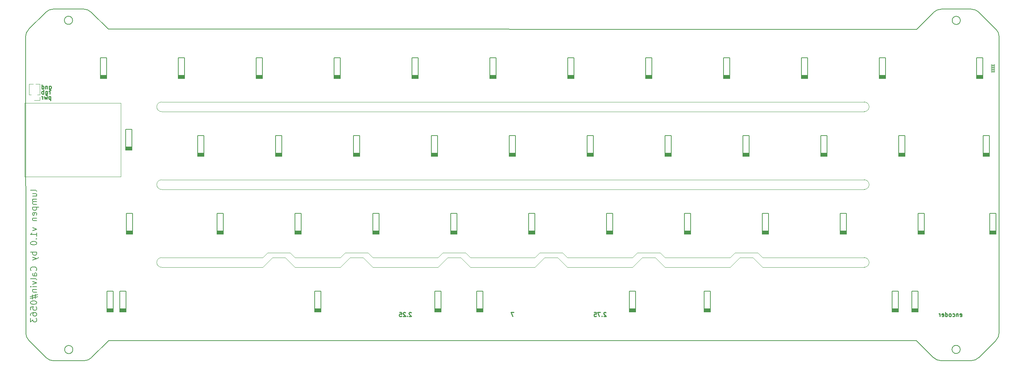
<source format=gbr>
%TF.GenerationSoftware,KiCad,Pcbnew,(6.0.7)*%
%TF.CreationDate,2023-01-22T01:11:47+01:00*%
%TF.ProjectId,lumpen,6c756d70-656e-42e6-9b69-6361645f7063,rev?*%
%TF.SameCoordinates,Original*%
%TF.FileFunction,Legend,Bot*%
%TF.FilePolarity,Positive*%
%FSLAX46Y46*%
G04 Gerber Fmt 4.6, Leading zero omitted, Abs format (unit mm)*
G04 Created by KiCad (PCBNEW (6.0.7)) date 2023-01-22 01:11:47*
%MOMM*%
%LPD*%
G01*
G04 APERTURE LIST*
%ADD10C,0.250000*%
%TA.AperFunction,Profile*%
%ADD11C,0.100000*%
%TD*%
%TA.AperFunction,Profile*%
%ADD12C,0.200000*%
%TD*%
%ADD13C,0.150000*%
%ADD14C,0.050000*%
%ADD15C,0.120000*%
G04 APERTURE END LIST*
D10*
X247570333Y-117879761D02*
X247665571Y-117927380D01*
X247856047Y-117927380D01*
X247951285Y-117879761D01*
X247998904Y-117784523D01*
X247998904Y-117403571D01*
X247951285Y-117308333D01*
X247856047Y-117260714D01*
X247665571Y-117260714D01*
X247570333Y-117308333D01*
X247522714Y-117403571D01*
X247522714Y-117498809D01*
X247998904Y-117594047D01*
X247094142Y-117260714D02*
X247094142Y-117927380D01*
X247094142Y-117355952D02*
X247046523Y-117308333D01*
X246951285Y-117260714D01*
X246808428Y-117260714D01*
X246713190Y-117308333D01*
X246665571Y-117403571D01*
X246665571Y-117927380D01*
X245760809Y-117879761D02*
X245856047Y-117927380D01*
X246046523Y-117927380D01*
X246141761Y-117879761D01*
X246189380Y-117832142D01*
X246237000Y-117736904D01*
X246237000Y-117451190D01*
X246189380Y-117355952D01*
X246141761Y-117308333D01*
X246046523Y-117260714D01*
X245856047Y-117260714D01*
X245760809Y-117308333D01*
X245189380Y-117927380D02*
X245284619Y-117879761D01*
X245332238Y-117832142D01*
X245379857Y-117736904D01*
X245379857Y-117451190D01*
X245332238Y-117355952D01*
X245284619Y-117308333D01*
X245189380Y-117260714D01*
X245046523Y-117260714D01*
X244951285Y-117308333D01*
X244903666Y-117355952D01*
X244856047Y-117451190D01*
X244856047Y-117736904D01*
X244903666Y-117832142D01*
X244951285Y-117879761D01*
X245046523Y-117927380D01*
X245189380Y-117927380D01*
X243998904Y-117927380D02*
X243998904Y-116927380D01*
X243998904Y-117879761D02*
X244094142Y-117927380D01*
X244284619Y-117927380D01*
X244379857Y-117879761D01*
X244427476Y-117832142D01*
X244475095Y-117736904D01*
X244475095Y-117451190D01*
X244427476Y-117355952D01*
X244379857Y-117308333D01*
X244284619Y-117260714D01*
X244094142Y-117260714D01*
X243998904Y-117308333D01*
X243141761Y-117879761D02*
X243237000Y-117927380D01*
X243427476Y-117927380D01*
X243522714Y-117879761D01*
X243570333Y-117784523D01*
X243570333Y-117403571D01*
X243522714Y-117308333D01*
X243427476Y-117260714D01*
X243237000Y-117260714D01*
X243141761Y-117308333D01*
X243094142Y-117403571D01*
X243094142Y-117498809D01*
X243570333Y-117594047D01*
X242665571Y-117927380D02*
X242665571Y-117260714D01*
X242665571Y-117451190D02*
X242617952Y-117355952D01*
X242570333Y-117308333D01*
X242475095Y-117260714D01*
X242379857Y-117260714D01*
X138445833Y-116927380D02*
X137779166Y-116927380D01*
X138207738Y-117927380D01*
X160988190Y-117022619D02*
X160940571Y-116975000D01*
X160845333Y-116927380D01*
X160607238Y-116927380D01*
X160512000Y-116975000D01*
X160464380Y-117022619D01*
X160416761Y-117117857D01*
X160416761Y-117213095D01*
X160464380Y-117355952D01*
X161035809Y-117927380D01*
X160416761Y-117927380D01*
X159988190Y-117832142D02*
X159940571Y-117879761D01*
X159988190Y-117927380D01*
X160035809Y-117879761D01*
X159988190Y-117832142D01*
X159988190Y-117927380D01*
X159607238Y-116927380D02*
X158940571Y-116927380D01*
X159369142Y-117927380D01*
X158083428Y-116927380D02*
X158559619Y-116927380D01*
X158607238Y-117403571D01*
X158559619Y-117355952D01*
X158464380Y-117308333D01*
X158226285Y-117308333D01*
X158131047Y-117355952D01*
X158083428Y-117403571D01*
X158035809Y-117498809D01*
X158035809Y-117736904D01*
X158083428Y-117832142D01*
X158131047Y-117879761D01*
X158226285Y-117927380D01*
X158464380Y-117927380D01*
X158559619Y-117879761D01*
X158607238Y-117832142D01*
X113363190Y-117022619D02*
X113315571Y-116975000D01*
X113220333Y-116927380D01*
X112982238Y-116927380D01*
X112887000Y-116975000D01*
X112839380Y-117022619D01*
X112791761Y-117117857D01*
X112791761Y-117213095D01*
X112839380Y-117355952D01*
X113410809Y-117927380D01*
X112791761Y-117927380D01*
X112363190Y-117832142D02*
X112315571Y-117879761D01*
X112363190Y-117927380D01*
X112410809Y-117879761D01*
X112363190Y-117832142D01*
X112363190Y-117927380D01*
X111934619Y-117022619D02*
X111887000Y-116975000D01*
X111791761Y-116927380D01*
X111553666Y-116927380D01*
X111458428Y-116975000D01*
X111410809Y-117022619D01*
X111363190Y-117117857D01*
X111363190Y-117213095D01*
X111410809Y-117355952D01*
X111982238Y-117927380D01*
X111363190Y-117927380D01*
X110458428Y-116927380D02*
X110934619Y-116927380D01*
X110982238Y-117403571D01*
X110934619Y-117355952D01*
X110839380Y-117308333D01*
X110601285Y-117308333D01*
X110506047Y-117355952D01*
X110458428Y-117403571D01*
X110410809Y-117498809D01*
X110410809Y-117736904D01*
X110458428Y-117832142D01*
X110506047Y-117879761D01*
X110601285Y-117927380D01*
X110839380Y-117927380D01*
X110934619Y-117879761D01*
X110982238Y-117832142D01*
X24820476Y-61507714D02*
X24820476Y-62317238D01*
X24868095Y-62412476D01*
X24915714Y-62460095D01*
X25010952Y-62507714D01*
X25153809Y-62507714D01*
X25249047Y-62460095D01*
X24820476Y-62126761D02*
X24915714Y-62174380D01*
X25106190Y-62174380D01*
X25201428Y-62126761D01*
X25249047Y-62079142D01*
X25296666Y-61983904D01*
X25296666Y-61698190D01*
X25249047Y-61602952D01*
X25201428Y-61555333D01*
X25106190Y-61507714D01*
X24915714Y-61507714D01*
X24820476Y-61555333D01*
X24344285Y-61507714D02*
X24344285Y-62174380D01*
X24344285Y-61602952D02*
X24296666Y-61555333D01*
X24201428Y-61507714D01*
X24058571Y-61507714D01*
X23963333Y-61555333D01*
X23915714Y-61650571D01*
X23915714Y-62174380D01*
X23010952Y-62174380D02*
X23010952Y-61174380D01*
X23010952Y-62126761D02*
X23106190Y-62174380D01*
X23296666Y-62174380D01*
X23391904Y-62126761D01*
X23439523Y-62079142D01*
X23487142Y-61983904D01*
X23487142Y-61698190D01*
X23439523Y-61602952D01*
X23391904Y-61555333D01*
X23296666Y-61507714D01*
X23106190Y-61507714D01*
X23010952Y-61555333D01*
X24979190Y-63444380D02*
X24979190Y-62777714D01*
X24979190Y-62968190D02*
X24931571Y-62872952D01*
X24883952Y-62825333D01*
X24788714Y-62777714D01*
X24693476Y-62777714D01*
X23931571Y-62777714D02*
X23931571Y-63587238D01*
X23979190Y-63682476D01*
X24026809Y-63730095D01*
X24122047Y-63777714D01*
X24264904Y-63777714D01*
X24360142Y-63730095D01*
X23931571Y-63396761D02*
X24026809Y-63444380D01*
X24217285Y-63444380D01*
X24312523Y-63396761D01*
X24360142Y-63349142D01*
X24407761Y-63253904D01*
X24407761Y-62968190D01*
X24360142Y-62872952D01*
X24312523Y-62825333D01*
X24217285Y-62777714D01*
X24026809Y-62777714D01*
X23931571Y-62825333D01*
X23455380Y-63444380D02*
X23455380Y-62444380D01*
X23455380Y-62825333D02*
X23360142Y-62777714D01*
X23169666Y-62777714D01*
X23074428Y-62825333D01*
X23026809Y-62872952D01*
X22979190Y-62968190D01*
X22979190Y-63253904D01*
X23026809Y-63349142D01*
X23074428Y-63396761D01*
X23169666Y-63444380D01*
X23360142Y-63444380D01*
X23455380Y-63396761D01*
X25177619Y-64047714D02*
X25177619Y-65047714D01*
X25177619Y-64095333D02*
X25082380Y-64047714D01*
X24891904Y-64047714D01*
X24796666Y-64095333D01*
X24749047Y-64142952D01*
X24701428Y-64238190D01*
X24701428Y-64523904D01*
X24749047Y-64619142D01*
X24796666Y-64666761D01*
X24891904Y-64714380D01*
X25082380Y-64714380D01*
X25177619Y-64666761D01*
X24368095Y-64047714D02*
X24177619Y-64714380D01*
X23987142Y-64238190D01*
X23796666Y-64714380D01*
X23606190Y-64047714D01*
X23225238Y-64714380D02*
X23225238Y-64047714D01*
X23225238Y-64238190D02*
X23177619Y-64142952D01*
X23130000Y-64095333D01*
X23034761Y-64047714D01*
X22939523Y-64047714D01*
D11*
X224161188Y-86836250D02*
X52314313Y-86836250D01*
D12*
X33287290Y-128781256D02*
X25917546Y-128781256D01*
D11*
X125459250Y-103505000D02*
X127840500Y-105886250D01*
X224161188Y-86836200D02*
G75*
G03*
X224161188Y-84455000I12J1190600D01*
G01*
X78199375Y-102314375D02*
X83755625Y-102314375D01*
X192532000Y-102314375D02*
X191341375Y-103505000D01*
X224161188Y-67786200D02*
G75*
G03*
X224161188Y-65405000I12J1190600D01*
G01*
D12*
X39350957Y-123825611D02*
X35178801Y-127997767D01*
X25855692Y-42668887D02*
G75*
G03*
X23964181Y-43452380I8J-2675013D01*
G01*
D11*
X52314313Y-103505000D02*
X77008750Y-103505000D01*
X193722625Y-103505000D02*
X191341375Y-105886250D01*
D12*
X19102418Y-121966128D02*
X19040564Y-49484019D01*
X236913960Y-123824293D02*
X39350957Y-123825611D01*
X252245970Y-43472322D02*
G75*
G03*
X250354482Y-42688810I-1891570J-1891578D01*
G01*
D11*
X52314313Y-84454950D02*
G75*
G03*
X52314313Y-86836250I-13J-1190650D01*
G01*
D12*
X242984738Y-42688823D02*
G75*
G03*
X241096372Y-43469515I-38J-2674077D01*
G01*
X252245993Y-43472299D02*
X256386121Y-47612427D01*
D11*
X191341375Y-105886250D02*
X175402875Y-105886250D01*
D12*
X39257075Y-47592508D02*
X236956244Y-47609643D01*
D11*
X103964500Y-103505000D02*
X119903000Y-103505000D01*
D12*
X236956244Y-47609643D02*
X241096372Y-43469515D01*
D11*
X96027000Y-105886250D02*
X84946250Y-105886250D01*
D12*
X30540436Y-45418891D02*
G75*
G03*
X30540436Y-45418891I-1000000J0D01*
G01*
D11*
X196897625Y-103505000D02*
X199278875Y-105886250D01*
D12*
X250315343Y-128747910D02*
X242945599Y-128747910D01*
X30602546Y-126031256D02*
G75*
G03*
X30602546Y-126031256I-1000000J0D01*
G01*
D11*
X97217625Y-102314375D02*
X96027000Y-103505000D01*
D12*
X25855692Y-42668891D02*
X33225436Y-42668891D01*
X257169610Y-49503938D02*
X257130471Y-121932782D01*
D11*
X121093625Y-102314375D02*
X126649875Y-102314375D01*
D12*
X247669482Y-45438810D02*
G75*
G03*
X247669482Y-45438810I-1000000J0D01*
G01*
D11*
X144786188Y-102314375D02*
X143595563Y-103505000D01*
X168656000Y-102314375D02*
X167465375Y-103505000D01*
X121093625Y-102314375D02*
X119903000Y-103505000D01*
D12*
X250315343Y-128747926D02*
G75*
G03*
X252206854Y-127964421I57J2674826D01*
G01*
X241054108Y-127964401D02*
G75*
G03*
X242945599Y-128747910I1891492J1891401D01*
G01*
D11*
X122284250Y-103505000D02*
X125459250Y-103505000D01*
X224161188Y-105886250D02*
X199278875Y-105886250D01*
X102773875Y-102314375D02*
X103964500Y-103505000D01*
X193722625Y-103505000D02*
X196897625Y-103505000D01*
X169846625Y-103505000D02*
X173021625Y-103505000D01*
X151533063Y-103505000D02*
X167465375Y-103505000D01*
X144786188Y-102314375D02*
X150342438Y-102314375D01*
D12*
X35116939Y-43452388D02*
G75*
G03*
X33225436Y-42668891I-1891439J-1891312D01*
G01*
D11*
X52314313Y-103504950D02*
G75*
G03*
X52314313Y-105886250I-13J-1190650D01*
G01*
X199278875Y-103505000D02*
X224161188Y-103505000D01*
X169846625Y-103505000D02*
X167465375Y-105886250D01*
X52314313Y-84455000D02*
X224161188Y-84455000D01*
X224161188Y-105886200D02*
G75*
G03*
X224161188Y-103505000I12J1190600D01*
G01*
D12*
X256346997Y-123824308D02*
G75*
G03*
X257130471Y-121932782I-1891797J1891608D01*
G01*
X256346982Y-123824293D02*
X252206854Y-127964421D01*
X33287290Y-128781221D02*
G75*
G03*
X35178801Y-127997767I110J2674821D01*
G01*
D11*
X101583250Y-103505000D02*
X103964500Y-105886250D01*
X79390000Y-103505000D02*
X82565000Y-103505000D01*
X126649875Y-102314375D02*
X127840500Y-103505000D01*
X145976813Y-103505000D02*
X149151813Y-103505000D01*
X143595563Y-105886250D02*
X127840500Y-105886250D01*
X83755625Y-102314375D02*
X84946250Y-103505000D01*
X173021625Y-103505000D02*
X175402875Y-105886250D01*
D12*
X24026035Y-127997767D02*
X19885907Y-123857639D01*
X242984738Y-42688810D02*
X250354482Y-42688810D01*
D11*
X97217625Y-102314375D02*
X102773875Y-102314375D01*
D12*
X241054088Y-127964421D02*
X236913960Y-123824293D01*
X24026051Y-127997751D02*
G75*
G03*
X25917546Y-128781256I1891549J1891551D01*
G01*
D11*
X78199375Y-102314375D02*
X77008750Y-103505000D01*
X174212250Y-102314375D02*
X175402875Y-103505000D01*
X175402875Y-103505000D02*
X191341375Y-103505000D01*
X149151813Y-103505000D02*
X151533063Y-105886250D01*
X224161188Y-67786250D02*
X52314313Y-67786250D01*
X119903000Y-105886250D02*
X103964500Y-105886250D01*
X79390000Y-103505000D02*
X77008750Y-105886250D01*
X98408250Y-103505000D02*
X96027000Y-105886250D01*
X198088250Y-102314375D02*
X199278875Y-103505000D01*
X84946250Y-103505000D02*
X96027000Y-103505000D01*
X52314313Y-65404950D02*
G75*
G03*
X52314313Y-67786250I-13J-1190650D01*
G01*
X168656000Y-102314375D02*
X174212250Y-102314375D01*
X122284250Y-103505000D02*
X119903000Y-105886250D01*
D12*
X19824057Y-47592512D02*
G75*
G03*
X19040564Y-49484019I1891443J-1891488D01*
G01*
D11*
X167465375Y-105886250D02*
X151533063Y-105886250D01*
D12*
X19824053Y-47592508D02*
X23964181Y-43452380D01*
D11*
X77008750Y-105886250D02*
X52314313Y-105886250D01*
X82565000Y-103505000D02*
X84946250Y-105886250D01*
X52314313Y-65405000D02*
X224161188Y-65405000D01*
D12*
X35116947Y-43452380D02*
X39257075Y-47592508D01*
D11*
X150342438Y-102314375D02*
X151533063Y-103505000D01*
D12*
X247630599Y-125997910D02*
G75*
G03*
X247630599Y-125997910I-1000000J0D01*
G01*
D11*
X192532000Y-102314375D02*
X198088250Y-102314375D01*
D12*
X257169605Y-49503938D02*
G75*
G03*
X256386121Y-47612427I-2675405J-162D01*
G01*
D11*
X127840500Y-103505000D02*
X143595563Y-103505000D01*
D12*
X19102451Y-121966128D02*
G75*
G03*
X19885907Y-123857639I2675149J28D01*
G01*
D11*
X145976813Y-103505000D02*
X143595563Y-105886250D01*
X98408250Y-103505000D02*
X101583250Y-103505000D01*
D13*
X21760571Y-87266857D02*
X21689142Y-87124000D01*
X21546285Y-87052571D01*
X20260571Y-87052571D01*
X20760571Y-88481142D02*
X21760571Y-88481142D01*
X20760571Y-87838285D02*
X21546285Y-87838285D01*
X21689142Y-87909714D01*
X21760571Y-88052571D01*
X21760571Y-88266857D01*
X21689142Y-88409714D01*
X21617714Y-88481142D01*
X21760571Y-89195428D02*
X20760571Y-89195428D01*
X20903428Y-89195428D02*
X20832000Y-89266857D01*
X20760571Y-89409714D01*
X20760571Y-89624000D01*
X20832000Y-89766857D01*
X20974857Y-89838285D01*
X21760571Y-89838285D01*
X20974857Y-89838285D02*
X20832000Y-89909714D01*
X20760571Y-90052571D01*
X20760571Y-90266857D01*
X20832000Y-90409714D01*
X20974857Y-90481142D01*
X21760571Y-90481142D01*
X20760571Y-91195428D02*
X22260571Y-91195428D01*
X20832000Y-91195428D02*
X20760571Y-91338285D01*
X20760571Y-91624000D01*
X20832000Y-91766857D01*
X20903428Y-91838285D01*
X21046285Y-91909714D01*
X21474857Y-91909714D01*
X21617714Y-91838285D01*
X21689142Y-91766857D01*
X21760571Y-91624000D01*
X21760571Y-91338285D01*
X21689142Y-91195428D01*
X21689142Y-93124000D02*
X21760571Y-92981142D01*
X21760571Y-92695428D01*
X21689142Y-92552571D01*
X21546285Y-92481142D01*
X20974857Y-92481142D01*
X20832000Y-92552571D01*
X20760571Y-92695428D01*
X20760571Y-92981142D01*
X20832000Y-93124000D01*
X20974857Y-93195428D01*
X21117714Y-93195428D01*
X21260571Y-92481142D01*
X20760571Y-93838285D02*
X21760571Y-93838285D01*
X20903428Y-93838285D02*
X20832000Y-93909714D01*
X20760571Y-94052571D01*
X20760571Y-94266857D01*
X20832000Y-94409714D01*
X20974857Y-94481142D01*
X21760571Y-94481142D01*
X20760571Y-96195428D02*
X21760571Y-96552571D01*
X20760571Y-96909714D01*
X21760571Y-98266857D02*
X21760571Y-97409714D01*
X21760571Y-97838285D02*
X20260571Y-97838285D01*
X20474857Y-97695428D01*
X20617714Y-97552571D01*
X20689142Y-97409714D01*
X21617714Y-98909714D02*
X21689142Y-98981142D01*
X21760571Y-98909714D01*
X21689142Y-98838285D01*
X21617714Y-98909714D01*
X21760571Y-98909714D01*
X20260571Y-99909714D02*
X20260571Y-100052571D01*
X20332000Y-100195428D01*
X20403428Y-100266857D01*
X20546285Y-100338285D01*
X20832000Y-100409714D01*
X21189142Y-100409714D01*
X21474857Y-100338285D01*
X21617714Y-100266857D01*
X21689142Y-100195428D01*
X21760571Y-100052571D01*
X21760571Y-99909714D01*
X21689142Y-99766857D01*
X21617714Y-99695428D01*
X21474857Y-99624000D01*
X21189142Y-99552571D01*
X20832000Y-99552571D01*
X20546285Y-99624000D01*
X20403428Y-99695428D01*
X20332000Y-99766857D01*
X20260571Y-99909714D01*
X21760571Y-102195428D02*
X20260571Y-102195428D01*
X20832000Y-102195428D02*
X20760571Y-102338285D01*
X20760571Y-102624000D01*
X20832000Y-102766857D01*
X20903428Y-102838285D01*
X21046285Y-102909714D01*
X21474857Y-102909714D01*
X21617714Y-102838285D01*
X21689142Y-102766857D01*
X21760571Y-102624000D01*
X21760571Y-102338285D01*
X21689142Y-102195428D01*
X20760571Y-103409714D02*
X21760571Y-103766857D01*
X20760571Y-104124000D02*
X21760571Y-103766857D01*
X22117714Y-103624000D01*
X22189142Y-103552571D01*
X22260571Y-103409714D01*
X21617714Y-106695428D02*
X21689142Y-106624000D01*
X21760571Y-106409714D01*
X21760571Y-106266857D01*
X21689142Y-106052571D01*
X21546285Y-105909714D01*
X21403428Y-105838285D01*
X21117714Y-105766857D01*
X20903428Y-105766857D01*
X20617714Y-105838285D01*
X20474857Y-105909714D01*
X20332000Y-106052571D01*
X20260571Y-106266857D01*
X20260571Y-106409714D01*
X20332000Y-106624000D01*
X20403428Y-106695428D01*
X21760571Y-107981142D02*
X20974857Y-107981142D01*
X20832000Y-107909714D01*
X20760571Y-107766857D01*
X20760571Y-107481142D01*
X20832000Y-107338285D01*
X21689142Y-107981142D02*
X21760571Y-107838285D01*
X21760571Y-107481142D01*
X21689142Y-107338285D01*
X21546285Y-107266857D01*
X21403428Y-107266857D01*
X21260571Y-107338285D01*
X21189142Y-107481142D01*
X21189142Y-107838285D01*
X21117714Y-107981142D01*
X21760571Y-108909714D02*
X21689142Y-108766857D01*
X21546285Y-108695428D01*
X20260571Y-108695428D01*
X20760571Y-109338285D02*
X21760571Y-109695428D01*
X20760571Y-110052571D01*
X21760571Y-110624000D02*
X20760571Y-110624000D01*
X20260571Y-110624000D02*
X20332000Y-110552571D01*
X20403428Y-110624000D01*
X20332000Y-110695428D01*
X20260571Y-110624000D01*
X20403428Y-110624000D01*
X20760571Y-111338285D02*
X21760571Y-111338285D01*
X20903428Y-111338285D02*
X20832000Y-111409714D01*
X20760571Y-111552571D01*
X20760571Y-111766857D01*
X20832000Y-111909714D01*
X20974857Y-111981142D01*
X21760571Y-111981142D01*
X20760571Y-112624000D02*
X20760571Y-113695428D01*
X20117714Y-113052571D02*
X22046285Y-112624000D01*
X21403428Y-113552571D02*
X21403428Y-112481142D01*
X22046285Y-113124000D02*
X20117714Y-113552571D01*
X20260571Y-114481142D02*
X20260571Y-114624000D01*
X20332000Y-114766857D01*
X20403428Y-114838285D01*
X20546285Y-114909714D01*
X20832000Y-114981142D01*
X21189142Y-114981142D01*
X21474857Y-114909714D01*
X21617714Y-114838285D01*
X21689142Y-114766857D01*
X21760571Y-114624000D01*
X21760571Y-114481142D01*
X21689142Y-114338285D01*
X21617714Y-114266857D01*
X21474857Y-114195428D01*
X21189142Y-114124000D01*
X20832000Y-114124000D01*
X20546285Y-114195428D01*
X20403428Y-114266857D01*
X20332000Y-114338285D01*
X20260571Y-114481142D01*
X20260571Y-116338285D02*
X20260571Y-115624000D01*
X20974857Y-115552571D01*
X20903428Y-115624000D01*
X20832000Y-115766857D01*
X20832000Y-116124000D01*
X20903428Y-116266857D01*
X20974857Y-116338285D01*
X21117714Y-116409714D01*
X21474857Y-116409714D01*
X21617714Y-116338285D01*
X21689142Y-116266857D01*
X21760571Y-116124000D01*
X21760571Y-115766857D01*
X21689142Y-115624000D01*
X21617714Y-115552571D01*
X20260571Y-117695428D02*
X20260571Y-117409714D01*
X20332000Y-117266857D01*
X20403428Y-117195428D01*
X20617714Y-117052571D01*
X20903428Y-116981142D01*
X21474857Y-116981142D01*
X21617714Y-117052571D01*
X21689142Y-117124000D01*
X21760571Y-117266857D01*
X21760571Y-117552571D01*
X21689142Y-117695428D01*
X21617714Y-117766857D01*
X21474857Y-117838285D01*
X21117714Y-117838285D01*
X20974857Y-117766857D01*
X20903428Y-117695428D01*
X20832000Y-117552571D01*
X20832000Y-117266857D01*
X20903428Y-117124000D01*
X20974857Y-117052571D01*
X21117714Y-116981142D01*
X20260571Y-118338285D02*
X20260571Y-119266857D01*
X20832000Y-118766857D01*
X20832000Y-118981142D01*
X20903428Y-119124000D01*
X20974857Y-119195428D01*
X21117714Y-119266857D01*
X21474857Y-119266857D01*
X21617714Y-119195428D01*
X21689142Y-119124000D01*
X21760571Y-118981142D01*
X21760571Y-118552571D01*
X21689142Y-118409714D01*
X21617714Y-118338285D01*
D14*
X256052976Y-58073809D02*
X255445833Y-58073809D01*
X255324404Y-58083333D01*
X255243452Y-58102380D01*
X255202976Y-58130952D01*
X255202976Y-58150000D01*
X255202976Y-57883333D02*
X255202976Y-57978571D01*
X256052976Y-57978571D01*
X255283928Y-57702380D02*
X255243452Y-57711904D01*
X255202976Y-57740476D01*
X255202976Y-57759523D01*
X255243452Y-57788095D01*
X255324404Y-57807142D01*
X255405357Y-57816666D01*
X255567261Y-57826190D01*
X255688690Y-57826190D01*
X255850595Y-57816666D01*
X255931547Y-57807142D01*
X256012500Y-57788095D01*
X256052976Y-57759523D01*
X256052976Y-57740476D01*
X256012500Y-57711904D01*
X255972023Y-57702380D01*
X256052976Y-57559523D02*
X255445833Y-57559523D01*
X255324404Y-57569047D01*
X255243452Y-57588095D01*
X255202976Y-57616666D01*
X255202976Y-57635714D01*
X255202976Y-57369047D02*
X255202976Y-57464285D01*
X256052976Y-57464285D01*
X255283928Y-57188095D02*
X255243452Y-57197619D01*
X255202976Y-57226190D01*
X255202976Y-57245238D01*
X255243452Y-57273809D01*
X255324404Y-57292857D01*
X255405357Y-57302380D01*
X255567261Y-57311904D01*
X255688690Y-57311904D01*
X255850595Y-57302380D01*
X255931547Y-57292857D01*
X256012500Y-57273809D01*
X256052976Y-57245238D01*
X256052976Y-57226190D01*
X256012500Y-57197619D01*
X255972023Y-57188095D01*
X256052976Y-57045238D02*
X255445833Y-57045238D01*
X255324404Y-57054761D01*
X255243452Y-57073809D01*
X255202976Y-57102380D01*
X255202976Y-57121428D01*
X255202976Y-56854761D02*
X255202976Y-56950000D01*
X256052976Y-56950000D01*
X255283928Y-56673809D02*
X255243452Y-56683333D01*
X255202976Y-56711904D01*
X255202976Y-56730952D01*
X255243452Y-56759523D01*
X255324404Y-56778571D01*
X255405357Y-56788095D01*
X255567261Y-56797619D01*
X255688690Y-56797619D01*
X255850595Y-56788095D01*
X255931547Y-56778571D01*
X256012500Y-56759523D01*
X256052976Y-56730952D01*
X256052976Y-56711904D01*
X256012500Y-56683333D01*
X255972023Y-56673809D01*
X256052976Y-56530952D02*
X255445833Y-56530952D01*
X255324404Y-56540476D01*
X255243452Y-56559523D01*
X255202976Y-56588095D01*
X255202976Y-56607142D01*
X255202976Y-56340476D02*
X255202976Y-56435714D01*
X256052976Y-56435714D01*
X255283928Y-56159523D02*
X255243452Y-56169047D01*
X255202976Y-56197619D01*
X255202976Y-56216666D01*
X255243452Y-56245238D01*
X255324404Y-56264285D01*
X255405357Y-56273809D01*
X255567261Y-56283333D01*
X255688690Y-56283333D01*
X255850595Y-56273809D01*
X255931547Y-56264285D01*
X256012500Y-56245238D01*
X256052976Y-56216666D01*
X256052976Y-56197619D01*
X256012500Y-56169047D01*
X255972023Y-56159523D01*
D13*
%TO.C,D1*%
X37338000Y-54610000D02*
X37338000Y-59690000D01*
X38862000Y-54610000D02*
X37338000Y-54610000D01*
X38862000Y-59690000D02*
X38862000Y-54610000D01*
X37338000Y-58928000D02*
X38862000Y-58928000D01*
X38862000Y-59182000D02*
X37338000Y-59182000D01*
X37338000Y-59309000D02*
X38862000Y-59309000D01*
X37338000Y-59690000D02*
X38862000Y-59690000D01*
X37338000Y-59055000D02*
X38862000Y-59055000D01*
X38862000Y-59436000D02*
X37338000Y-59436000D01*
X37338000Y-59563000D02*
X38862000Y-59563000D01*
%TO.C,D41*%
X231013000Y-116078000D02*
X232537000Y-116078000D01*
X231013000Y-116459000D02*
X232537000Y-116459000D01*
X232537000Y-116840000D02*
X232537000Y-111760000D01*
X231013000Y-116840000D02*
X232537000Y-116840000D01*
X231013000Y-116205000D02*
X232537000Y-116205000D01*
X232537000Y-116586000D02*
X231013000Y-116586000D01*
X232537000Y-116332000D02*
X231013000Y-116332000D01*
X232537000Y-111760000D02*
X231013000Y-111760000D01*
X231013000Y-111760000D02*
X231013000Y-116840000D01*
X231013000Y-116713000D02*
X232537000Y-116713000D01*
%TO.C,D9*%
X43624500Y-111760000D02*
X42100500Y-111760000D01*
X42100500Y-116205000D02*
X43624500Y-116205000D01*
X43624500Y-116840000D02*
X43624500Y-111760000D01*
X42100500Y-116713000D02*
X43624500Y-116713000D01*
X43624500Y-116332000D02*
X42100500Y-116332000D01*
X42100500Y-116459000D02*
X43624500Y-116459000D01*
X43624500Y-116586000D02*
X42100500Y-116586000D01*
X42100500Y-116078000D02*
X43624500Y-116078000D01*
X42100500Y-111760000D02*
X42100500Y-116840000D01*
X42100500Y-116840000D02*
X43624500Y-116840000D01*
%TO.C,D21*%
X132588000Y-59563000D02*
X134112000Y-59563000D01*
X134112000Y-59436000D02*
X132588000Y-59436000D01*
X134112000Y-54610000D02*
X132588000Y-54610000D01*
X132588000Y-58928000D02*
X134112000Y-58928000D01*
X134112000Y-59690000D02*
X134112000Y-54610000D01*
X132588000Y-59055000D02*
X134112000Y-59055000D01*
X132588000Y-54610000D02*
X132588000Y-59690000D01*
X134112000Y-59182000D02*
X132588000Y-59182000D01*
X132588000Y-59690000D02*
X134112000Y-59690000D01*
X132588000Y-59309000D02*
X134112000Y-59309000D01*
%TO.C,D44*%
X254762000Y-78740000D02*
X254762000Y-73660000D01*
X254762000Y-78486000D02*
X253238000Y-78486000D01*
X253238000Y-78613000D02*
X254762000Y-78613000D01*
X253238000Y-78359000D02*
X254762000Y-78359000D01*
X253238000Y-73660000D02*
X253238000Y-78740000D01*
X253238000Y-77978000D02*
X254762000Y-77978000D01*
X254762000Y-73660000D02*
X253238000Y-73660000D01*
X253238000Y-78105000D02*
X254762000Y-78105000D01*
X254762000Y-78232000D02*
X253238000Y-78232000D01*
X253238000Y-78740000D02*
X254762000Y-78740000D01*
%TO.C,D28*%
X172212000Y-59182000D02*
X170688000Y-59182000D01*
X172212000Y-59436000D02*
X170688000Y-59436000D01*
X170688000Y-59309000D02*
X172212000Y-59309000D01*
X170688000Y-58928000D02*
X172212000Y-58928000D01*
X170688000Y-59563000D02*
X172212000Y-59563000D01*
X170688000Y-54610000D02*
X170688000Y-59690000D01*
X172212000Y-59690000D02*
X172212000Y-54610000D01*
X172212000Y-54610000D02*
X170688000Y-54610000D01*
X170688000Y-59055000D02*
X172212000Y-59055000D01*
X170688000Y-59690000D02*
X172212000Y-59690000D01*
%TO.C,D13*%
X96012000Y-59182000D02*
X94488000Y-59182000D01*
X96012000Y-54610000D02*
X94488000Y-54610000D01*
X94488000Y-59055000D02*
X96012000Y-59055000D01*
X94488000Y-59690000D02*
X96012000Y-59690000D01*
X94488000Y-59309000D02*
X96012000Y-59309000D01*
X94488000Y-58928000D02*
X96012000Y-58928000D01*
X96012000Y-59690000D02*
X96012000Y-54610000D01*
X94488000Y-54610000D02*
X94488000Y-59690000D01*
X94488000Y-59563000D02*
X96012000Y-59563000D01*
X96012000Y-59436000D02*
X94488000Y-59436000D01*
%TO.C,D33*%
X199263000Y-97028000D02*
X200787000Y-97028000D01*
X199263000Y-97663000D02*
X200787000Y-97663000D01*
X200787000Y-97282000D02*
X199263000Y-97282000D01*
X200787000Y-97790000D02*
X200787000Y-92710000D01*
X200787000Y-92710000D02*
X199263000Y-92710000D01*
X199263000Y-97155000D02*
X200787000Y-97155000D01*
X199263000Y-97409000D02*
X200787000Y-97409000D01*
X199263000Y-92710000D02*
X199263000Y-97790000D01*
X200787000Y-97536000D02*
X199263000Y-97536000D01*
X199263000Y-97790000D02*
X200787000Y-97790000D01*
%TO.C,D6*%
X56388000Y-59309000D02*
X57912000Y-59309000D01*
X57912000Y-59182000D02*
X56388000Y-59182000D01*
X57912000Y-59690000D02*
X57912000Y-54610000D01*
X56388000Y-59690000D02*
X57912000Y-59690000D01*
X57912000Y-54610000D02*
X56388000Y-54610000D01*
X56388000Y-58928000D02*
X57912000Y-58928000D01*
X56388000Y-59055000D02*
X57912000Y-59055000D01*
X56388000Y-54610000D02*
X56388000Y-59690000D01*
X57912000Y-59436000D02*
X56388000Y-59436000D01*
X56388000Y-59563000D02*
X57912000Y-59563000D01*
%TO.C,D37*%
X213550500Y-77978000D02*
X215074500Y-77978000D01*
X213550500Y-78359000D02*
X215074500Y-78359000D01*
X213550500Y-78105000D02*
X215074500Y-78105000D01*
X213550500Y-78613000D02*
X215074500Y-78613000D01*
X215074500Y-78486000D02*
X213550500Y-78486000D01*
X213550500Y-78740000D02*
X215074500Y-78740000D01*
X215074500Y-73660000D02*
X213550500Y-73660000D01*
X215074500Y-78740000D02*
X215074500Y-73660000D01*
X215074500Y-78232000D02*
X213550500Y-78232000D01*
X213550500Y-73660000D02*
X213550500Y-78740000D01*
%TO.C,D19*%
X151638000Y-59309000D02*
X153162000Y-59309000D01*
X151638000Y-58928000D02*
X153162000Y-58928000D01*
X153162000Y-59690000D02*
X153162000Y-54610000D01*
X151638000Y-59690000D02*
X153162000Y-59690000D01*
X151638000Y-54610000D02*
X151638000Y-59690000D01*
X153162000Y-54610000D02*
X151638000Y-54610000D01*
X153162000Y-59436000D02*
X151638000Y-59436000D01*
X153162000Y-59182000D02*
X151638000Y-59182000D01*
X151638000Y-59563000D02*
X153162000Y-59563000D01*
X151638000Y-59055000D02*
X153162000Y-59055000D01*
%TO.C,D39*%
X232600500Y-78613000D02*
X234124500Y-78613000D01*
X232600500Y-73660000D02*
X232600500Y-78740000D01*
X234124500Y-78486000D02*
X232600500Y-78486000D01*
X234124500Y-78232000D02*
X232600500Y-78232000D01*
X232600500Y-78740000D02*
X234124500Y-78740000D01*
X234124500Y-78740000D02*
X234124500Y-73660000D01*
X234124500Y-73660000D02*
X232600500Y-73660000D01*
X232600500Y-78359000D02*
X234124500Y-78359000D01*
X232600500Y-78105000D02*
X234124500Y-78105000D01*
X232600500Y-77978000D02*
X234124500Y-77978000D01*
%TO.C,D7*%
X61150500Y-78613000D02*
X62674500Y-78613000D01*
X62674500Y-78740000D02*
X62674500Y-73660000D01*
X62674500Y-73660000D02*
X61150500Y-73660000D01*
X61150500Y-78105000D02*
X62674500Y-78105000D01*
X61150500Y-78740000D02*
X62674500Y-78740000D01*
X61150500Y-78359000D02*
X62674500Y-78359000D01*
X62674500Y-78232000D02*
X61150500Y-78232000D01*
X61150500Y-73660000D02*
X61150500Y-78740000D01*
X62674500Y-78486000D02*
X61150500Y-78486000D01*
X61150500Y-77978000D02*
X62674500Y-77978000D01*
%TO.C,D36*%
X210312000Y-59436000D02*
X208788000Y-59436000D01*
X208788000Y-54610000D02*
X208788000Y-59690000D01*
X208788000Y-59690000D02*
X210312000Y-59690000D01*
X210312000Y-59182000D02*
X208788000Y-59182000D01*
X208788000Y-58928000D02*
X210312000Y-58928000D01*
X210312000Y-54610000D02*
X208788000Y-54610000D01*
X208788000Y-59563000D02*
X210312000Y-59563000D01*
X208788000Y-59055000D02*
X210312000Y-59055000D01*
X210312000Y-59690000D02*
X210312000Y-54610000D01*
X208788000Y-59309000D02*
X210312000Y-59309000D01*
%TO.C,D24*%
X130937000Y-116332000D02*
X129413000Y-116332000D01*
X129413000Y-116840000D02*
X130937000Y-116840000D01*
X130937000Y-111760000D02*
X129413000Y-111760000D01*
X129413000Y-116078000D02*
X130937000Y-116078000D01*
X129413000Y-116713000D02*
X130937000Y-116713000D01*
X129413000Y-116205000D02*
X130937000Y-116205000D01*
X129413000Y-111760000D02*
X129413000Y-116840000D01*
X129413000Y-116459000D02*
X130937000Y-116459000D01*
X130937000Y-116586000D02*
X129413000Y-116586000D01*
X130937000Y-116840000D02*
X130937000Y-111760000D01*
%TO.C,D22*%
X137350500Y-78613000D02*
X138874500Y-78613000D01*
X137350500Y-78105000D02*
X138874500Y-78105000D01*
X138874500Y-78486000D02*
X137350500Y-78486000D01*
X137350500Y-78359000D02*
X138874500Y-78359000D01*
X138874500Y-73660000D02*
X137350500Y-73660000D01*
X138874500Y-78740000D02*
X138874500Y-73660000D01*
X138874500Y-78232000D02*
X137350500Y-78232000D01*
X137350500Y-77978000D02*
X138874500Y-77978000D01*
X137350500Y-73660000D02*
X137350500Y-78740000D01*
X137350500Y-78740000D02*
X138874500Y-78740000D01*
%TO.C,D18*%
X124587000Y-97790000D02*
X124587000Y-92710000D01*
X124587000Y-92710000D02*
X123063000Y-92710000D01*
X124587000Y-97536000D02*
X123063000Y-97536000D01*
X123063000Y-97409000D02*
X124587000Y-97409000D01*
X123063000Y-97663000D02*
X124587000Y-97663000D01*
X123063000Y-97155000D02*
X124587000Y-97155000D01*
X124587000Y-97282000D02*
X123063000Y-97282000D01*
X123063000Y-97028000D02*
X124587000Y-97028000D01*
X123063000Y-92710000D02*
X123063000Y-97790000D01*
X123063000Y-97790000D02*
X124587000Y-97790000D01*
%TO.C,D31*%
X189738000Y-59690000D02*
X191262000Y-59690000D01*
X191262000Y-59436000D02*
X189738000Y-59436000D01*
X191262000Y-59182000D02*
X189738000Y-59182000D01*
X189738000Y-58928000D02*
X191262000Y-58928000D01*
X189738000Y-59055000D02*
X191262000Y-59055000D01*
X189738000Y-54610000D02*
X189738000Y-59690000D01*
X189738000Y-59309000D02*
X191262000Y-59309000D01*
X191262000Y-59690000D02*
X191262000Y-54610000D01*
X189738000Y-59563000D02*
X191262000Y-59563000D01*
X191262000Y-54610000D02*
X189738000Y-54610000D01*
%TO.C,D35*%
X186499500Y-116840000D02*
X186499500Y-111760000D01*
X184975500Y-116459000D02*
X186499500Y-116459000D01*
X186499500Y-116332000D02*
X184975500Y-116332000D01*
X184975500Y-116713000D02*
X186499500Y-116713000D01*
X186499500Y-116586000D02*
X184975500Y-116586000D01*
X184975500Y-111760000D02*
X184975500Y-116840000D01*
X186499500Y-111760000D02*
X184975500Y-111760000D01*
X184975500Y-116840000D02*
X186499500Y-116840000D01*
X184975500Y-116078000D02*
X186499500Y-116078000D01*
X184975500Y-116205000D02*
X186499500Y-116205000D01*
%TO.C,D16*%
X115062000Y-59436000D02*
X113538000Y-59436000D01*
X115062000Y-54610000D02*
X113538000Y-54610000D01*
X113538000Y-59055000D02*
X115062000Y-59055000D01*
X113538000Y-58928000D02*
X115062000Y-58928000D01*
X113538000Y-54610000D02*
X113538000Y-59690000D01*
X113538000Y-59563000D02*
X115062000Y-59563000D01*
X115062000Y-59182000D02*
X113538000Y-59182000D01*
X115062000Y-59690000D02*
X115062000Y-54610000D01*
X113538000Y-59309000D02*
X115062000Y-59309000D01*
X113538000Y-59690000D02*
X115062000Y-59690000D01*
%TO.C,D25*%
X156400500Y-73660000D02*
X156400500Y-78740000D01*
X156400500Y-78105000D02*
X157924500Y-78105000D01*
X156400500Y-78740000D02*
X157924500Y-78740000D01*
X156400500Y-78359000D02*
X157924500Y-78359000D01*
X157924500Y-73660000D02*
X156400500Y-73660000D01*
X156400500Y-77978000D02*
X157924500Y-77978000D01*
X157924500Y-78740000D02*
X157924500Y-73660000D01*
X157924500Y-78486000D02*
X156400500Y-78486000D01*
X157924500Y-78232000D02*
X156400500Y-78232000D01*
X156400500Y-78613000D02*
X157924500Y-78613000D01*
%TO.C,D8*%
X67437000Y-97282000D02*
X65913000Y-97282000D01*
X65913000Y-97028000D02*
X67437000Y-97028000D01*
X65913000Y-97663000D02*
X67437000Y-97663000D01*
X65913000Y-97155000D02*
X67437000Y-97155000D01*
X67437000Y-92710000D02*
X65913000Y-92710000D01*
X65913000Y-92710000D02*
X65913000Y-97790000D01*
X65913000Y-97790000D02*
X67437000Y-97790000D01*
X67437000Y-97536000D02*
X65913000Y-97536000D01*
X67437000Y-97790000D02*
X67437000Y-92710000D01*
X65913000Y-97409000D02*
X67437000Y-97409000D01*
%TO.C,D11*%
X86487000Y-97790000D02*
X86487000Y-92710000D01*
X86487000Y-92710000D02*
X84963000Y-92710000D01*
X84963000Y-97663000D02*
X86487000Y-97663000D01*
X84963000Y-92710000D02*
X84963000Y-97790000D01*
X84963000Y-97409000D02*
X86487000Y-97409000D01*
X86487000Y-97282000D02*
X84963000Y-97282000D01*
X84963000Y-97155000D02*
X86487000Y-97155000D01*
X84963000Y-97028000D02*
X86487000Y-97028000D01*
X86487000Y-97536000D02*
X84963000Y-97536000D01*
X84963000Y-97790000D02*
X86487000Y-97790000D01*
%TO.C,D4*%
X38925500Y-116713000D02*
X40449500Y-116713000D01*
X38925500Y-116205000D02*
X40449500Y-116205000D01*
X38925500Y-111760000D02*
X38925500Y-116840000D01*
X40449500Y-116586000D02*
X38925500Y-116586000D01*
X40449500Y-116332000D02*
X38925500Y-116332000D01*
X38925500Y-116840000D02*
X40449500Y-116840000D01*
X40449500Y-111760000D02*
X38925500Y-111760000D01*
X38925500Y-116459000D02*
X40449500Y-116459000D01*
X38925500Y-116078000D02*
X40449500Y-116078000D01*
X40449500Y-116840000D02*
X40449500Y-111760000D01*
%TO.C,D15*%
X104013000Y-92710000D02*
X104013000Y-97790000D01*
X105537000Y-97790000D02*
X105537000Y-92710000D01*
X105537000Y-92710000D02*
X104013000Y-92710000D01*
X104013000Y-97155000D02*
X105537000Y-97155000D01*
X104013000Y-97028000D02*
X105537000Y-97028000D01*
X104013000Y-97663000D02*
X105537000Y-97663000D01*
X104013000Y-97790000D02*
X105537000Y-97790000D01*
X104013000Y-97409000D02*
X105537000Y-97409000D01*
X105537000Y-97536000D02*
X104013000Y-97536000D01*
X105537000Y-97282000D02*
X104013000Y-97282000D01*
%TO.C,D30*%
X180213000Y-97663000D02*
X181737000Y-97663000D01*
X180213000Y-92710000D02*
X180213000Y-97790000D01*
X181737000Y-97282000D02*
X180213000Y-97282000D01*
X181737000Y-97536000D02*
X180213000Y-97536000D01*
X180213000Y-97790000D02*
X181737000Y-97790000D01*
X180213000Y-97155000D02*
X181737000Y-97155000D01*
X180213000Y-97409000D02*
X181737000Y-97409000D01*
X180213000Y-97028000D02*
X181737000Y-97028000D01*
X181737000Y-92710000D02*
X180213000Y-92710000D01*
X181737000Y-97790000D02*
X181737000Y-92710000D01*
%TO.C,D45*%
X254825500Y-97028000D02*
X256349500Y-97028000D01*
X256349500Y-92710000D02*
X254825500Y-92710000D01*
X254825500Y-97409000D02*
X256349500Y-97409000D01*
X256349500Y-97282000D02*
X254825500Y-97282000D01*
X254825500Y-97155000D02*
X256349500Y-97155000D01*
X256349500Y-97790000D02*
X256349500Y-92710000D01*
X256349500Y-97536000D02*
X254825500Y-97536000D01*
X254825500Y-97663000D02*
X256349500Y-97663000D01*
X254825500Y-97790000D02*
X256349500Y-97790000D01*
X254825500Y-92710000D02*
X254825500Y-97790000D01*
%TO.C,D14*%
X99250500Y-73660000D02*
X99250500Y-78740000D01*
X100774500Y-78232000D02*
X99250500Y-78232000D01*
X100774500Y-78486000D02*
X99250500Y-78486000D01*
X100774500Y-73660000D02*
X99250500Y-73660000D01*
X99250500Y-77978000D02*
X100774500Y-77978000D01*
X99250500Y-78105000D02*
X100774500Y-78105000D01*
X100774500Y-78740000D02*
X100774500Y-73660000D01*
X99250500Y-78740000D02*
X100774500Y-78740000D01*
X99250500Y-78613000D02*
X100774500Y-78613000D01*
X99250500Y-78359000D02*
X100774500Y-78359000D01*
%TO.C,D10*%
X80200500Y-78359000D02*
X81724500Y-78359000D01*
X81724500Y-78232000D02*
X80200500Y-78232000D01*
X81724500Y-78740000D02*
X81724500Y-73660000D01*
X80200500Y-77978000D02*
X81724500Y-77978000D01*
X80200500Y-73660000D02*
X80200500Y-78740000D01*
X80200500Y-78613000D02*
X81724500Y-78613000D01*
X80200500Y-78740000D02*
X81724500Y-78740000D01*
X81724500Y-73660000D02*
X80200500Y-73660000D01*
X80200500Y-78105000D02*
X81724500Y-78105000D01*
X81724500Y-78486000D02*
X80200500Y-78486000D01*
%TO.C,D5*%
X75438000Y-59309000D02*
X76962000Y-59309000D01*
X75438000Y-54610000D02*
X75438000Y-59690000D01*
X76962000Y-59690000D02*
X76962000Y-54610000D01*
X76962000Y-59182000D02*
X75438000Y-59182000D01*
X75438000Y-58928000D02*
X76962000Y-58928000D01*
X75438000Y-59055000D02*
X76962000Y-59055000D01*
X76962000Y-59436000D02*
X75438000Y-59436000D01*
X76962000Y-54610000D02*
X75438000Y-54610000D01*
X75438000Y-59563000D02*
X76962000Y-59563000D01*
X75438000Y-59690000D02*
X76962000Y-59690000D01*
%TO.C,D26*%
X161163000Y-97663000D02*
X162687000Y-97663000D01*
X162687000Y-97282000D02*
X161163000Y-97282000D01*
X162687000Y-97790000D02*
X162687000Y-92710000D01*
X161163000Y-92710000D02*
X161163000Y-97790000D01*
X161163000Y-97409000D02*
X162687000Y-97409000D01*
X162687000Y-97536000D02*
X161163000Y-97536000D01*
X161163000Y-97790000D02*
X162687000Y-97790000D01*
X161163000Y-97028000D02*
X162687000Y-97028000D01*
X162687000Y-92710000D02*
X161163000Y-92710000D01*
X161163000Y-97155000D02*
X162687000Y-97155000D01*
%TO.C,D29*%
X175450500Y-78613000D02*
X176974500Y-78613000D01*
X175450500Y-78105000D02*
X176974500Y-78105000D01*
X175450500Y-77978000D02*
X176974500Y-77978000D01*
X176974500Y-78486000D02*
X175450500Y-78486000D01*
X176974500Y-78232000D02*
X175450500Y-78232000D01*
X176974500Y-78740000D02*
X176974500Y-73660000D01*
X176974500Y-73660000D02*
X175450500Y-73660000D01*
X175450500Y-73660000D02*
X175450500Y-78740000D01*
X175450500Y-78359000D02*
X176974500Y-78359000D01*
X175450500Y-78740000D02*
X176974500Y-78740000D01*
%TO.C,D2*%
X45085000Y-77152500D02*
X45085000Y-72072500D01*
X45085000Y-76898500D02*
X43561000Y-76898500D01*
X43561000Y-77152500D02*
X45085000Y-77152500D01*
X43561000Y-77025500D02*
X45085000Y-77025500D01*
X43561000Y-76771500D02*
X45085000Y-76771500D01*
X45085000Y-76644500D02*
X43561000Y-76644500D01*
X43561000Y-76517500D02*
X45085000Y-76517500D01*
X43561000Y-72072500D02*
X43561000Y-77152500D01*
X43561000Y-76390500D02*
X45085000Y-76390500D01*
X45085000Y-72072500D02*
X43561000Y-72072500D01*
%TO.C,D12*%
X89725500Y-116713000D02*
X91249500Y-116713000D01*
X91249500Y-116332000D02*
X89725500Y-116332000D01*
X89725500Y-116205000D02*
X91249500Y-116205000D01*
X89725500Y-116840000D02*
X91249500Y-116840000D01*
X91249500Y-116840000D02*
X91249500Y-111760000D01*
X89725500Y-111760000D02*
X89725500Y-116840000D01*
X91249500Y-111760000D02*
X89725500Y-111760000D01*
X89725500Y-116459000D02*
X91249500Y-116459000D01*
X89725500Y-116078000D02*
X91249500Y-116078000D01*
X91249500Y-116586000D02*
X89725500Y-116586000D01*
%TO.C,D23*%
X143637000Y-97282000D02*
X142113000Y-97282000D01*
X142113000Y-97409000D02*
X143637000Y-97409000D01*
X142113000Y-97790000D02*
X143637000Y-97790000D01*
X142113000Y-97663000D02*
X143637000Y-97663000D01*
X143637000Y-97790000D02*
X143637000Y-92710000D01*
X142113000Y-97155000D02*
X143637000Y-97155000D01*
X143637000Y-97536000D02*
X142113000Y-97536000D01*
X142113000Y-92710000D02*
X142113000Y-97790000D01*
X143637000Y-92710000D02*
X142113000Y-92710000D01*
X142113000Y-97028000D02*
X143637000Y-97028000D01*
%TO.C,D34*%
X229362000Y-59182000D02*
X227838000Y-59182000D01*
X227838000Y-59690000D02*
X229362000Y-59690000D01*
X229362000Y-54610000D02*
X227838000Y-54610000D01*
X227838000Y-58928000D02*
X229362000Y-58928000D01*
X227838000Y-59055000D02*
X229362000Y-59055000D01*
X227838000Y-59563000D02*
X229362000Y-59563000D01*
X229362000Y-59436000D02*
X227838000Y-59436000D01*
X227838000Y-54610000D02*
X227838000Y-59690000D01*
X227838000Y-59309000D02*
X229362000Y-59309000D01*
X229362000Y-59690000D02*
X229362000Y-54610000D01*
%TO.C,D46*%
X237299500Y-116840000D02*
X237299500Y-111760000D01*
X235775500Y-116713000D02*
X237299500Y-116713000D01*
X235775500Y-116078000D02*
X237299500Y-116078000D01*
X235775500Y-116840000D02*
X237299500Y-116840000D01*
X235775500Y-116205000D02*
X237299500Y-116205000D01*
X237299500Y-116332000D02*
X235775500Y-116332000D01*
X235775500Y-111760000D02*
X235775500Y-116840000D01*
X237299500Y-111760000D02*
X235775500Y-111760000D01*
X237299500Y-116586000D02*
X235775500Y-116586000D01*
X235775500Y-116459000D02*
X237299500Y-116459000D01*
%TO.C,D17*%
X119824500Y-78232000D02*
X118300500Y-78232000D01*
X118300500Y-77978000D02*
X119824500Y-77978000D01*
X118300500Y-78613000D02*
X119824500Y-78613000D01*
X118300500Y-73660000D02*
X118300500Y-78740000D01*
X118300500Y-78359000D02*
X119824500Y-78359000D01*
X119824500Y-78740000D02*
X119824500Y-73660000D01*
X119824500Y-73660000D02*
X118300500Y-73660000D01*
X118300500Y-78105000D02*
X119824500Y-78105000D01*
X118300500Y-78740000D02*
X119824500Y-78740000D01*
X119824500Y-78486000D02*
X118300500Y-78486000D01*
%TO.C,D32*%
X194500500Y-78740000D02*
X196024500Y-78740000D01*
X194500500Y-73660000D02*
X194500500Y-78740000D01*
X196024500Y-73660000D02*
X194500500Y-73660000D01*
X196024500Y-78232000D02*
X194500500Y-78232000D01*
X194500500Y-78359000D02*
X196024500Y-78359000D01*
X194500500Y-77978000D02*
X196024500Y-77978000D01*
X196024500Y-78486000D02*
X194500500Y-78486000D01*
X194500500Y-78613000D02*
X196024500Y-78613000D01*
X194500500Y-78105000D02*
X196024500Y-78105000D01*
X196024500Y-78740000D02*
X196024500Y-73660000D01*
%TO.C,D27*%
X166751000Y-116205000D02*
X168275000Y-116205000D01*
X166751000Y-116840000D02*
X168275000Y-116840000D01*
X168275000Y-111760000D02*
X166751000Y-111760000D01*
X166751000Y-111760000D02*
X166751000Y-116840000D01*
X166751000Y-116078000D02*
X168275000Y-116078000D01*
X168275000Y-116586000D02*
X166751000Y-116586000D01*
X168275000Y-116332000D02*
X166751000Y-116332000D01*
X168275000Y-116840000D02*
X168275000Y-111760000D01*
X166751000Y-116713000D02*
X168275000Y-116713000D01*
X166751000Y-116459000D02*
X168275000Y-116459000D01*
%TO.C,D43*%
X251650500Y-59563000D02*
X253174500Y-59563000D01*
X253174500Y-59436000D02*
X251650500Y-59436000D01*
X253174500Y-59182000D02*
X251650500Y-59182000D01*
X253174500Y-54610000D02*
X251650500Y-54610000D01*
X251650500Y-59690000D02*
X253174500Y-59690000D01*
X251650500Y-59309000D02*
X253174500Y-59309000D01*
X251650500Y-59055000D02*
X253174500Y-59055000D01*
X251650500Y-58928000D02*
X253174500Y-58928000D01*
X251650500Y-54610000D02*
X251650500Y-59690000D01*
X253174500Y-59690000D02*
X253174500Y-54610000D01*
%TO.C,D20*%
X119126000Y-116078000D02*
X120650000Y-116078000D01*
X120650000Y-116332000D02*
X119126000Y-116332000D01*
X119126000Y-116205000D02*
X120650000Y-116205000D01*
X119126000Y-116713000D02*
X120650000Y-116713000D01*
X119126000Y-116840000D02*
X120650000Y-116840000D01*
X120650000Y-116586000D02*
X119126000Y-116586000D01*
X120650000Y-116840000D02*
X120650000Y-111760000D01*
X119126000Y-111760000D02*
X119126000Y-116840000D01*
X120650000Y-111760000D02*
X119126000Y-111760000D01*
X119126000Y-116459000D02*
X120650000Y-116459000D01*
%TO.C,D3*%
X43688000Y-92710000D02*
X43688000Y-97790000D01*
X43688000Y-97028000D02*
X45212000Y-97028000D01*
X45212000Y-97790000D02*
X45212000Y-92710000D01*
X45212000Y-97282000D02*
X43688000Y-97282000D01*
X45212000Y-97536000D02*
X43688000Y-97536000D01*
X45212000Y-92710000D02*
X43688000Y-92710000D01*
X43688000Y-97409000D02*
X45212000Y-97409000D01*
X43688000Y-97663000D02*
X45212000Y-97663000D01*
X43688000Y-97155000D02*
X45212000Y-97155000D01*
X43688000Y-97790000D02*
X45212000Y-97790000D01*
%TO.C,D38*%
X219837000Y-97282000D02*
X218313000Y-97282000D01*
X219837000Y-97790000D02*
X219837000Y-92710000D01*
X218313000Y-97790000D02*
X219837000Y-97790000D01*
X219837000Y-92710000D02*
X218313000Y-92710000D01*
X218313000Y-97028000D02*
X219837000Y-97028000D01*
X219837000Y-97536000D02*
X218313000Y-97536000D01*
X218313000Y-97409000D02*
X219837000Y-97409000D01*
X218313000Y-92710000D02*
X218313000Y-97790000D01*
X218313000Y-97663000D02*
X219837000Y-97663000D01*
X218313000Y-97155000D02*
X219837000Y-97155000D01*
%TO.C,D40*%
X237363000Y-97155000D02*
X238887000Y-97155000D01*
X238887000Y-97790000D02*
X238887000Y-92710000D01*
X238887000Y-97536000D02*
X237363000Y-97536000D01*
X237363000Y-97409000D02*
X238887000Y-97409000D01*
X237363000Y-97790000D02*
X238887000Y-97790000D01*
X237363000Y-92710000D02*
X237363000Y-97790000D01*
X238887000Y-92710000D02*
X237363000Y-92710000D01*
X238887000Y-97282000D02*
X237363000Y-97282000D01*
X237363000Y-97028000D02*
X238887000Y-97028000D01*
X237363000Y-97663000D02*
X238887000Y-97663000D01*
D15*
%TO.C,RZ1*%
X42312500Y-65707500D02*
X42312500Y-83707500D01*
X42312500Y-83707500D02*
X18812500Y-83707500D01*
X18812500Y-65707500D02*
X42312500Y-65707500D01*
X18812500Y-83707500D02*
X18812500Y-65707500D01*
%TO.C,J1*%
X21209000Y-65022000D02*
X22539000Y-65022000D01*
X19879000Y-63627000D02*
X20449000Y-63627000D01*
X21516530Y-61027000D02*
X22539000Y-61027000D01*
X21969000Y-63627000D02*
X22539000Y-63627000D01*
X22539000Y-65022000D02*
X22539000Y-64262000D01*
X22539000Y-63627000D02*
X22539000Y-61027000D01*
X19879000Y-63627000D02*
X19879000Y-61027000D01*
X19879000Y-61027000D02*
X20901470Y-61027000D01*
%TD*%
M02*

</source>
